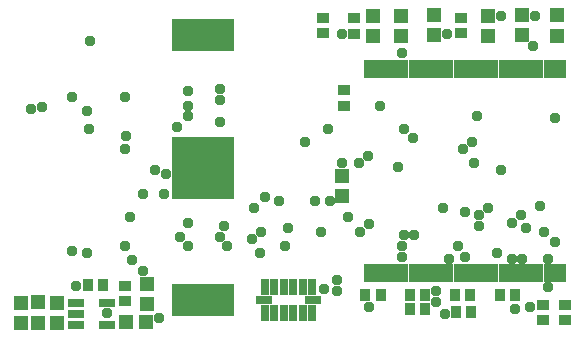
<source format=gbs>
G75*
G70*
%OFA0B0*%
%FSLAX24Y24*%
%IPPOS*%
%LPD*%
%AMOC8*
5,1,8,0,0,1.08239X$1,22.5*
%
%ADD10R,0.0474X0.0513*%
%ADD11R,0.0277X0.0552*%
%ADD12R,0.0552X0.0277*%
%ADD13R,0.0730X0.0631*%
%ADD14R,0.0356X0.0434*%
%ADD15R,0.0434X0.0356*%
%ADD16R,0.0513X0.0474*%
%ADD17R,0.0552X0.0297*%
%ADD18R,0.2080X0.1080*%
%ADD19R,0.2080X0.2080*%
%ADD20OC8,0.0360*%
D10*
X001093Y001869D03*
X001658Y001891D03*
X002277Y001888D03*
X002277Y002558D03*
X001658Y002560D03*
X001093Y002538D03*
X005275Y002514D03*
X005275Y003184D03*
X011787Y006109D03*
X011787Y006778D03*
D11*
X010795Y003068D03*
X010480Y003068D03*
X010165Y003068D03*
X009850Y003068D03*
X009535Y003068D03*
X009220Y003068D03*
X009220Y002202D03*
X009535Y002202D03*
X009850Y002202D03*
X010165Y002202D03*
X010480Y002202D03*
X010795Y002202D03*
D12*
X010834Y002635D03*
X009181Y002635D03*
D13*
X012891Y003544D03*
X013635Y003544D03*
X014384Y003544D03*
X015132Y003543D03*
X015883Y003545D03*
X016629Y003544D03*
X017382Y003544D03*
X018131Y003544D03*
X018880Y003544D03*
X018875Y010352D03*
X018131Y010351D03*
X017382Y010351D03*
X016634Y010352D03*
X015883Y010350D03*
X015137Y010351D03*
X014384Y010351D03*
X013635Y010351D03*
X012886Y010351D03*
D14*
X003833Y003142D03*
X003322Y003142D03*
X012570Y002824D03*
X013082Y002824D03*
X014051Y002823D03*
X014563Y002823D03*
X014556Y002339D03*
X014044Y002339D03*
X015582Y002258D03*
X016094Y002258D03*
X016072Y002820D03*
X015560Y002820D03*
X017059Y002797D03*
X017571Y002797D03*
D15*
X018493Y002475D03*
X018493Y001964D03*
X019212Y001973D03*
X019212Y002485D03*
X011852Y009124D03*
X011852Y009636D03*
X012207Y011518D03*
X012207Y012030D03*
X011146Y012046D03*
X011146Y011534D03*
X015757Y011542D03*
X015757Y012054D03*
X004552Y003106D03*
X004552Y002595D03*
D16*
X004590Y001914D03*
X005259Y001914D03*
X012812Y011432D03*
X012812Y012101D03*
X013743Y012124D03*
X013743Y011454D03*
X014847Y011461D03*
X014847Y012130D03*
X016662Y012123D03*
X016662Y011454D03*
X017795Y011473D03*
X017795Y012142D03*
X018970Y012127D03*
X018970Y011457D03*
D17*
X003964Y002546D03*
X002940Y002546D03*
X002940Y002172D03*
X002940Y001798D03*
X003964Y001798D03*
D18*
X007167Y002633D03*
X007167Y011483D03*
D19*
X007167Y007058D03*
D20*
X005926Y006842D03*
X005566Y006962D03*
X004546Y007682D03*
X004606Y008102D03*
X003346Y008342D03*
X003286Y008942D03*
X002806Y009422D03*
X001786Y009062D03*
X001426Y009002D03*
X004546Y009422D03*
X006286Y008402D03*
X006646Y008762D03*
X006646Y009122D03*
X006646Y009602D03*
X007726Y009662D03*
X007726Y009302D03*
X007726Y008582D03*
X010546Y007922D03*
X011326Y008342D03*
X012646Y007442D03*
X012346Y007202D03*
X011806Y007202D03*
X011386Y005942D03*
X010906Y005942D03*
X011986Y005402D03*
X012406Y004922D03*
X012706Y005162D03*
X013846Y004802D03*
X014206Y004802D03*
X013786Y004442D03*
X013786Y004082D03*
X015346Y004022D03*
X015886Y004082D03*
X015646Y004442D03*
X016366Y005102D03*
X016366Y005462D03*
X016666Y005702D03*
X015886Y005582D03*
X015166Y005702D03*
X013666Y007082D03*
X014146Y008042D03*
X013846Y008342D03*
X013066Y009122D03*
X013786Y010862D03*
X015286Y011522D03*
X017086Y012122D03*
X018226Y012122D03*
X018166Y011102D03*
X018886Y008702D03*
X017086Y006962D03*
X016186Y007202D03*
X015826Y007682D03*
X016126Y007922D03*
X016306Y008762D03*
X018406Y005762D03*
X017746Y005462D03*
X017446Y005222D03*
X017926Y005042D03*
X018526Y004922D03*
X018886Y004562D03*
X018646Y004022D03*
X017806Y004022D03*
X017446Y004022D03*
X016966Y004202D03*
X018646Y003062D03*
X018046Y002402D03*
X017566Y002342D03*
X015226Y002162D03*
X014926Y002582D03*
X014926Y002942D03*
X012706Y002402D03*
X011626Y002942D03*
X011626Y003302D03*
X011206Y003002D03*
X009046Y004202D03*
X008806Y004682D03*
X009106Y004922D03*
X009886Y004442D03*
X010006Y005042D03*
X011086Y004922D03*
X009706Y005942D03*
X009226Y006062D03*
X008866Y005702D03*
X007846Y005102D03*
X007726Y004742D03*
X007966Y004442D03*
X006646Y004442D03*
X006406Y004742D03*
X006646Y005222D03*
X005866Y006182D03*
X005146Y006182D03*
X004726Y005402D03*
X004546Y004442D03*
X004786Y003962D03*
X005146Y003602D03*
X003286Y004202D03*
X002806Y004262D03*
X002926Y003122D03*
X003946Y002222D03*
X005686Y002042D03*
X003406Y011282D03*
X011806Y011522D03*
M02*

</source>
